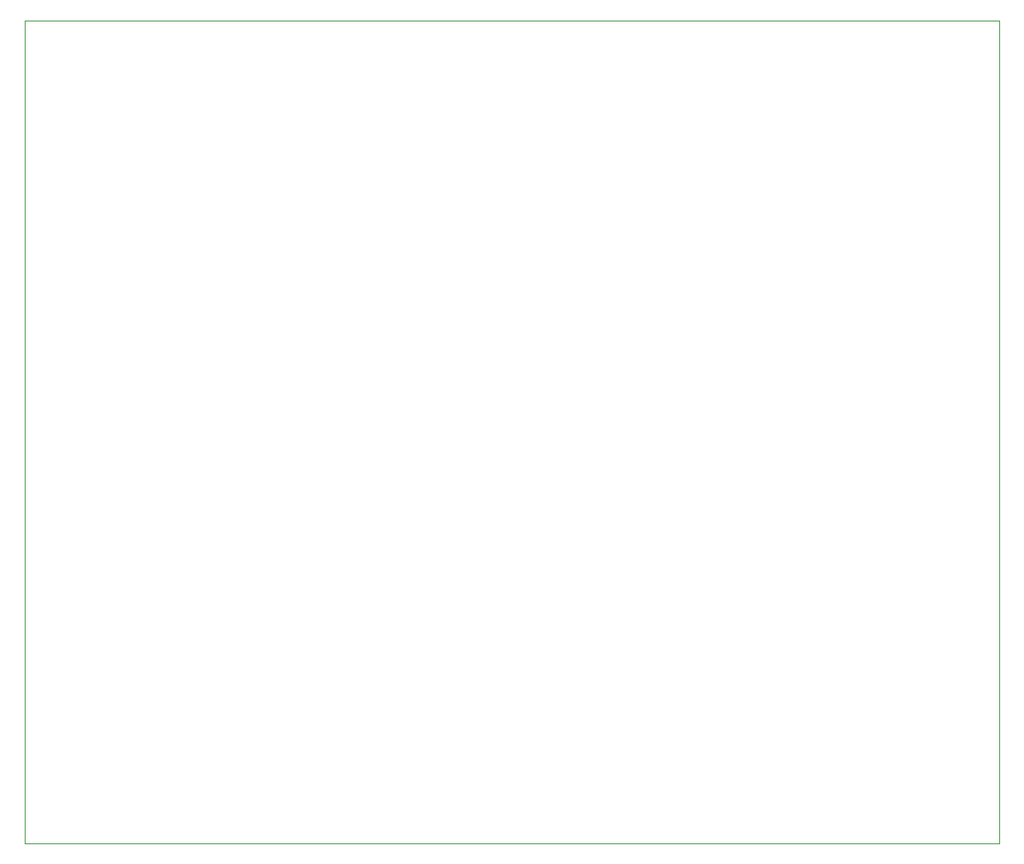
<source format=gbr>
%TF.GenerationSoftware,KiCad,Pcbnew,8.0.6*%
%TF.CreationDate,2025-01-17T19:16:01+01:00*%
%TF.ProjectId,pcb,7063622e-6b69-4636-9164-5f7063625858,rev?*%
%TF.SameCoordinates,Original*%
%TF.FileFunction,Profile,NP*%
%FSLAX46Y46*%
G04 Gerber Fmt 4.6, Leading zero omitted, Abs format (unit mm)*
G04 Created by KiCad (PCBNEW 8.0.6) date 2025-01-17 19:16:01*
%MOMM*%
%LPD*%
G01*
G04 APERTURE LIST*
%TA.AperFunction,Profile*%
%ADD10C,0.050000*%
%TD*%
G04 APERTURE END LIST*
D10*
X120000000Y-40500000D02*
X220000000Y-40500000D01*
X220000000Y-125000000D01*
X120000000Y-125000000D01*
X120000000Y-40500000D01*
M02*

</source>
